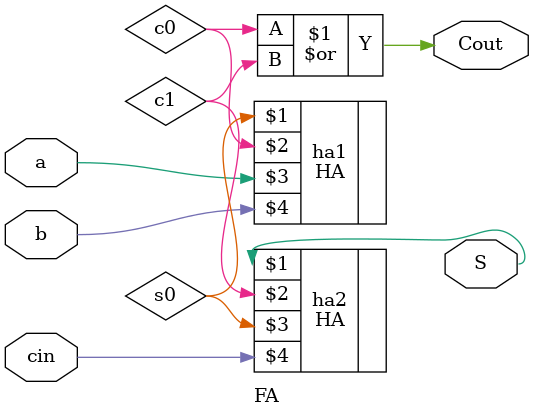
<source format=v>
module FA (S, Cout, a, b, cin);

	input a, b, cin;
	output S, Cout;
	
	wire s0, c0, c1;

	HA ha1 (s0, c0, a, b);
	HA ha2 (S, c1, s0, cin);
	or o1 (Cout, c0, c1);

endmodule
</source>
